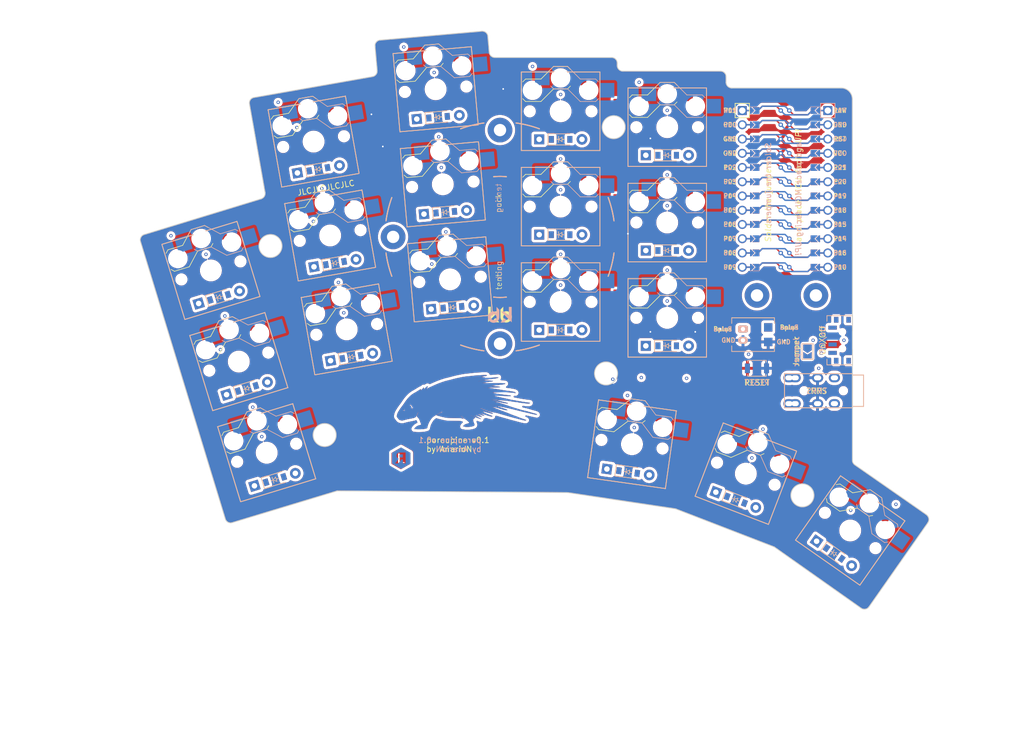
<source format=kicad_pcb>
(kicad_pcb (version 20221018) (generator pcbnew)
  (title_block (title "porcupine") (rev "v0.0.1") (company "Anarion"))
  (layers (0 "F.Cu" signal) (31 "B.Cu" signal) (34 "B.Paste" user) (35 "F.Paste" user) (36 "B.SilkS" user "B.Silkscreen") (37 "F.SilkS" user "F.Silkscreen") (38 "B.Mask" user) (39 "F.Mask" user) (44 "Edge.Cuts" user))
  (net 0 "")
  (net 1 "pinky_bottom")
  (net 2 "P20")
  (net 3 "pinky_home")
  (net 4 "pinky_top")
  (net 5 "ring_bottom")
  (net 6 "P19")
  (net 7 "ring_home")
  (net 8 "ring_top")
  (net 9 "middle_bottom")
  (net 10 "P18")
  (net 11 "middle_home")
  (net 12 "middle_top")
  (net 13 "index_bottom")
  (net 14 "P15")
  (net 15 "index_home")
  (net 16 "index_top")
  (net 17 "inner_bottom")
  (net 18 "P14")
  (net 19 "inner_home")
  (net 20 "inner_top")
  (net 21 "near_thumb")
  (net 22 "home_thumb")
  (net 23 "far_thumb")
  (net 24 "P6")
  (net 25 "P5")
  (net 26 "P4")
  (net 27 "RAW")
  (net 28 "GND")
  (net 29 "RST")
  (net 30 "VCC")
  (net 31 "P21")
  (net 32 "P16")
  (net 33 "P10")
  (net 34 "P1")
  (net 35 "P0")
  (net 36 "P2")
  (net 37 "P3")
  (net 38 "P7")
  (net 39 "P8")
  (net 40 "P9")
  (net 41 "Bplus")
  (footprint "lib:bat2p0" (layer "F.Cu") (at 259.911087 129.683517)
    (fp_text reference "_2" hide)
    (fp_text value "" hide)
  )
  (footprint "SMDPad" (layer "F.Cu") (at 264.411087 128.383517)
    (fp_text reference "PAD1" hide)
    (fp_text value "" hide)
  )
  (footprint "Diode_SMD:SOD-123" (layer "F.Cu") (at 246.411087 97.683517)
    (fp_text reference "D15" hide)
    (fp_text value "D_SOD-123")
  )
  (footprint "PG1350" (layer "F.Cu") (at 205.138474 85.915661 5)
    (fp_text reference "S9" hide)
    (fp_text value "" hide)
  )
  (footprint "Button_Switch_SMD:SW_SPDT_PCM12" (layer "F.Cu") (at 277.311087 130.683517 90)
    (fp_text reference "_3" hide)
    (fp_text value "")
  )
  (footprint "PG1350" (layer "F.Cu") (at 227.411087 89.850184)
    (fp_text reference "S12" hide)
    (fp_text value "" hide)
  )
  (footprint "Diode_SMD:SOD-123" (layer "F.Cu") (at 187.207369 116.920704 10)
    (fp_text reference "D5" hide)
    (fp_text value "D_SOD-123")
  )
  (footprint "Diode_SMD:SOD-123" (layer "F.Cu") (at 276.157543 168.705907 -35)
    (fp_text reference "D18" hide)
    (fp_text value "D_SOD-123")
  )
  (footprint "PG1350" (layer "F.Cu") (at 227.411087 106.850184)
    (fp_text reference "S11" hide)
    (fp_text value "" hide)
  )
  (footprint "Diode_SMD:SOD-123" (layer "F.Cu") (at 258.635143 159.140636 -21)
    (fp_text reference "D17" hide)
    (fp_text value "D_SOD-123")
  )
  (footprint "PG1350" (layer "F.Cu") (at 246.411087 92.683517)
    (fp_text reference "S15" hide)
    (fp_text value "" hide)
  )
  (footprint "PG1350" (layer "F.Cu") (at 246.411087 126.683517)
    (fp_text reference "S13" hide)
    (fp_text value "" hide)
  )
  (footprint "PG1350" (layer "F.Cu") (at 279.025425 164.610147 -35)
    (fp_text reference "S18" hide)
    (fp_text value "" hide)
  )
  (footprint "Diode_SMD:SOD-123" (layer "F.Cu") (at 239.435431 154.175253 -8)
    (fp_text reference "D16" hide)
    (fp_text value "D_SOD-123")
  )
  (footprint "PG1350" (layer "F.Cu") (at 170.059362 134.485638 17)
    (fp_text reference "S2" hide)
    (fp_text value "" hide)
  )
  (footprint "SMDPad" (layer "F.Cu") (at 264.411087 130.983517)
    (fp_text reference "PAD2" hide)
    (fp_text value "" hide)
  )
  (footprint "PG1350" (layer "F.Cu") (at 165.089043 118.228457 17)
    (fp_text reference "S3" hide)
    (fp_text value "" hide)
  )
  (footprint "Diode_SMD:SOD-123" (layer "F.Cu") (at 166.550902 123.009981 17)
    (fp_text reference "D3" hide)
    (fp_text value "D_SOD-123")
  )
  (footprint "PG1350" (layer "F.Cu") (at 246.411087 109.683517)
    (fp_text reference "S14" hide)
    (fp_text value "" hide)
  )
  (footprint "Porcupine Logo" (layer "F.Cu") (at 210.7 141.7)
    (fp_text reference "LOGO_F" hide)
    (fp_text value "" hide)
  )
  (footprint "Diode_SMD:SOD-123" (layer "F.Cu") (at 171.521221 139.267162 17)
    (fp_text reference "D2" hide)
    (fp_text value "D_SOD-123")
  )
  (footprint "Diode_SMD:SOD-123" (layer "F.Cu") (at 176.49154 155.524343 17)
    (fp_text reference "D1" hide)
    (fp_text value "D_SOD-123")
  )
  (footprint "PG1350" (layer "F.Cu") (at 207.703291 119.821143 5)
    (fp_text reference "S7" hide)
    (fp_text value "" hide)
  )
  (footprint "TRRS-PJ-320A-dual" (layer "F.Cu") (at 279.411087 139.683517 -90)
    (fp_text reference "TRRS_F")
    (fp_text value "AudioJack4" hide)
  )
  (footprint "PG1350" (layer "F.Cu") (at 227.411087 123.850184)
    (fp_text reference "S10" hide)
    (fp_text value "" hide)
  )
  (footprint "Through Hole" (layer "F.Cu") (at 272.911087 122.683517)
    (fp_text reference "_72" hide)
    (fp_text value "hole" hide)
  )
  (footprint "Diode_SMD:SOD-123" (layer "F.Cu") (at 205.574253 90.896635 5)
    (fp_text reference "D9" hide)
    (fp_text value "D_SOD-123")
  )
  (footprint "PG1350" (layer "F.Cu") (at 186.339129 111.996665 10)
    (fp_text reference "S5" hide)
    (fp_text value "" hide)
  )
  (footprint "Tenting Puck" (layer "F.Cu") (at 216.611087 112.250184)
    (fp_text reference "_7" hide)
    (fp_text value "Tenting Puck")
  )
  (footprint "Jumper:SolderJumper-2_P1.3mm_Open_TrianglePad1.0x1.5mm" (layer "F.Cu") (at 271.411087 132.683517 -90)
    (fp_text reference "J2" hide)
    (fp_text value "Jumper")
  )
  (footprint "PG1350" (layer "F.Cu") (at 183.38711 95.254933 10)
    (fp_text reference "S6" hide)
    (fp_text value "" hide)
  )
  (footprint "PG1350" (layer "F.Cu") (at 175.029681 150.742819 17)
    (fp_text reference "S1" hide)
    (fp_text value "" hide)
  )
  (footprint "Side Indicator" (layer "F.Cu") (at 197.562769 150.670791)
    (fp_text reference "Side_F" hide)
    (fp_text value "" hide)
  )
  (footprint "Button_Switch_SMD:SW_SPST_B3U-1000P" (layer "F.Cu") (at 262.411087 135.683517)
    (fp_text reference "_4_F" hide)
    (fp_text value "SW_Push")
  )
  (footprint "Diode_SMD:SOD-123" (layer "F.Cu") (at 246.411087 114.683517)
    (fp_text reference "D14" hide)
    (fp_text value "D_SOD-123")
  )
  (footprint "Diode_SMD:SOD-123" (layer "F.Cu") (at 227.411087 94.850184)
    (fp_text reference "D12" hide)
    (fp_text value "D_SOD-123")
  )
  (footprint "ProMicro" (layer "F.Cu") (at 267.411087 103.683517 -90)
    (fp_text reference "MCU1" hide)
    (fp_text value "")
  )
  (footprint "Diode_SMD:SOD-123" (layer "F.Cu") (at 184.25535 100.178972 10)
    (fp_text reference "D6" hide)
    (fp_text value "D_SOD-123")
  )
  (footprint "Through Hole" (layer "F.Cu") (at 262.411087 122.683517)
    (fp_text reference "_71" hide)
    (fp_text value "hole" hide)
  )
  (footprint "Diode_SMD:SOD-123" (layer "F.Cu") (at 227.411087 128.850184)
    (fp_text reference "D10" hide)
    (fp_text value "D_SOD-123")
  )
  (footprint "Diode_SMD:SOD-123" (layer "F.Cu") (at 206.856661 107.849376 5)
    (fp_text reference "D8" hide)
    (fp_text value "D_SOD-123")
  )
  (footprint "PG1350" (layer "F.Cu") (at 260.426983 154.472734 -21)
    (fp_text reference "S17" hide)
    (fp_text value "" hide)
  )
  (footprint "PG1350" (layer "F.Cu") (at 189.291148 128.738397 10)
    (fp_text reference "S4" hide)
    (fp_text value "" hide)
  )
  (footprint "PG1350" (layer "F.Cu") (at 206.420883 102.868402 5)
    (fp_text reference "S8" hide)
    (fp_text value "" hide)
  )
  (footprint "Diode_SMD:SOD-123" (layer "F.Cu") (at 227.411087 111.850184)
    (fp_text reference "D11" hide)
    (fp_text value "D_SOD-123")
  )
  (footprint "Diode_SMD:SOD-123" (layer "F.Cu") (at 190.159388 133.662435 10)
    (fp_text reference "D4" hide)
    (fp_text value "D_SOD-123")
  )
  (footprint "Diode_SMD:SOD-123" (layer "F.Cu") (at 246.411087 131.683517)
    (fp_text reference "D13" hide)
    (fp_text value "D_SOD-123")
  )
  (footprint "PG1350" (layer "F.Cu") (at 240.131296 149.223912 -8)
    (fp_text reference "S16" hide)
    (fp_text value "" hide)
  )
  (footprint "Diode_SMD:SOD-123" (layer "F.Cu") (at 208.13907 124.802117 5)
    (fp_text reference "D7" hide)
    (fp_text value "D_SOD-123")
  )
  (footprint "Porcupine Logo" (layer "B.Cu") (at 210.7 141.7)
    (fp_text reference "LOGO_B" hide)
    (fp_text value "" hide)
  )
  (footprint "Side Indicator" (layer "B.Cu") (at 197.562769 154.630791)
    (fp_text reference "Side_B" hide)
    (fp_text value "" hide)
  )
  (footprint "Jumper:SolderJumper-2_P1.3mm_Open_TrianglePad1.0x1.5mm" (layer "B.Cu") (at 271.411087 132.683517 -90)
    (fp_text reference "J1" hide)
    (fp_text value "Jumper")
  )
  (footprint "TRRS-PJ-320A-dual" (layer "B.Cu") (at 279.411087 139.683517 -90)
    (fp_text reference "TRRS_B")
    (fp_text value "AudioJack4" hide)
  )
  (footprint "Button_Switch_SMD:SW_SPST_B3U-1000P" (layer "B.Cu") (at 262.411087 135.683517)
    (fp_text reference "_4_B" hide)
    (fp_text value "SW_Push")
  )
  (gr_line (start 234.173631 141.317824) (end 232.225208 155.181577) (stroke (width 0.15)) (layer "B.SilkS"))
  (gr_line (start 234.411087 116.850184) (end 220.411087 116.850184) (stroke (width 0.15)) (layer "B.SilkS"))
  (gr_line (start 234.411087 113.850184) (end 234.411087 99.850184) (stroke (width 0.15)) (layer "B.SilkS"))
  (gr_line (start 280.744454 174.359246) (end 288.774524 162.891118) (stroke (width 0.15)) (layer "B.SilkS"))
  (gr_line (start 160.441512 126.969192) (end 173.829778 122.875989) (stroke (width 0.15)) (layer "B.SilkS"))
  (gr_line (start 220.411087 130.850184) (end 234.411087 130.850184) (stroke (width 0.15)) (layer "B.SilkS"))
  (gr_line (start 191.496301 100.93305) (end 189.065227 87.145742) (stroke (width 0.15)) (layer "B.SilkS"))
  (gr_line (start 181.181956 123.06028) (end 183.613031 136.847588) (stroke (width 0.15)) (layer "B.SilkS"))
  (gr_line (start 220.411087 113.850184) (end 234.411087 113.850184) (stroke (width 0.15)) (layer "B.SilkS"))
  (gr_line (start 253.411087 116.683517) (end 253.411087 102.683517) (stroke (width 0.15)) (layer "B.SilkS"))
  (gr_line (start 177.708993 103.364125) (end 191.496301 100.93305) (stroke (width 0.15)) (layer "B.SilkS"))
  (gr_line (start 277.306395 154.861047) (end 269.276325 166.329176) (stroke (width 0.15)) (layer "B.SilkS"))
  (gr_line (start 253.411087 102.683517) (end 239.411087 102.683517) (stroke (width 0.15)) (layer "B.SilkS"))
  (gr_line (start 253.411087 85.683517) (end 239.411087 85.683517) (stroke (width 0.15)) (layer "B.SilkS"))
  (gr_line (start 234.411087 96.850184) (end 234.411087 82.850184) (stroke (width 0.15)) (layer "B.SilkS"))
  (gr_line (start 183.770416 155.39035) (end 179.677212 142.002084) (stroke (width 0.15)) (layer "B.SilkS"))
  (gr_line (start 220.411087 116.850184) (end 220.411087 130.850184) (stroke (width 0.15)) (layer "B.SilkS"))
  (gr_line (start 194.44832 117.674782) (end 192.017246 103.887473) (stroke (width 0.15)) (layer "B.SilkS"))
  (gr_line (start 200.119838 113.45787) (end 201.340019 127.404596) (stroke (width 0.15)) (layer "B.SilkS"))
  (gr_line (start 174.706893 125.744903) (end 161.318627 129.838107) (stroke (width 0.15)) (layer "B.SilkS"))
  (gr_line (start 264.45347 163.516373) (end 269.470621 150.446247) (stroke (width 0.15)) (layer "B.SilkS"))
  (gr_line (start 232.225208 155.181577) (end 246.088961 157.130001) (stroke (width 0.15)) (layer "B.SilkS"))
  (gr_line (start 269.470621 150.446247) (end 256.400495 145.429095) (stroke (width 0.15)) (layer "B.SilkS"))
  (gr_line (start 173.829778 122.875989) (end 169.736574 109.487722) (stroke (width 0.15)) (layer "B.SilkS"))
  (gr_line (start 239.411087 99.683517) (end 253.411087 99.683517) (stroke (width 0.15)) (layer "B.SilkS"))
  (gr_line (start 166.288946 146.095288) (end 170.38215 159.483554) (stroke (width 0.15)) (layer "B.SilkS"))
  (gr_line (start 165.411831 143.226373) (end 178.800097 139.13317) (stroke (width 0.15)) (layer "B.SilkS"))
  (gr_line (start 234.411087 130.850184) (end 234.411087 116.850184) (stroke (width 0.15)) (layer "B.SilkS"))
  (gr_line (start 200.05761 110.451855) (end 214.004336 109.231675) (stroke (width 0.15)) (layer "B.SilkS"))
  (gr_line (start 183.613031 136.847588) (end 197.400339 134.416514) (stroke (width 0.15)) (layer "B.SilkS"))
  (gr_line (start 170.38215 159.483554) (end 183.770416 155.39035) (stroke (width 0.15)) (layer "B.SilkS"))
  (gr_line (start 197.400339 134.416514) (end 194.969265 120.629205) (stroke (width 0.15)) (layer "B.SilkS"))
  (gr_line (start 239.411087 116.683517) (end 253.411087 116.683517) (stroke (width 0.15)) (layer "B.SilkS"))
  (gr_line (start 239.411087 85.683517) (end 239.411087 99.683517) (stroke (width 0.15)) (layer "B.SilkS"))
  (gr_line (start 253.411087 119.683517) (end 239.411087 119.683517) (stroke (width 0.15)) (layer "B.SilkS"))
  (gr_line (start 234.411087 82.850184) (end 220.411087 82.850184) (stroke (width 0.15)) (layer "B.SilkS"))
  (gr_line (start 220.411087 82.850184) (end 220.411087 96.850184) (stroke (width 0.15)) (layer "B.SilkS"))
  (gr_line (start 214.004336 109.231675) (end 212.784155 95.284949) (stroke (width 0.15)) (layer "B.SilkS"))
  (gr_line (start 197.555021 79.552388) (end 198.775201 93.499114) (stroke (width 0.15)) (layer "B.SilkS"))
  (gr_line (start 180.661012 120.105856) (end 194.44832 117.674782) (stroke (width 0.15)) (layer "B.SilkS"))
  (gr_line (start 198.775201 93.499114) (end 212.721927 92.278934) (stroke (width 0.15)) (layer "B.SilkS"))
  (gr_line (start 215.286744 126.184416) (end 214.066564 112.23769) (stroke (width 0.15)) (layer "B.SilkS"))
  (gr_line (start 156.348308 113.580926) (end 160.441512 126.969192) (stroke (width 0.15)) (layer "B.SilkS"))
  (gr_line (start 253.411087 133.683517) (end 253.411087 119.683517) (stroke (width 0.15)) (layer "B.SilkS"))
  (gr_line (start 201.340019 127.404596) (end 215.286744 126.184416) (stroke (width 0.15)) (layer "B.SilkS"))
  (gr_line (start 192.017246 103.887473) (end 178.229937 106.318548) (stroke (width 0.15)) (layer "B.SilkS"))
  (gr_line (start 269.276325 166.329176) (end 280.744454 174.359246) (stroke (width 0.15)) (layer "B.SilkS"))
  (gr_line (start 239.411087 119.683517) (end 239.411087 133.683517) (stroke (width 0.15)) (layer "B.SilkS"))
  (gr_line (start 211.501747 78.332208) (end 197.555021 79.552388) (stroke (width 0.15)) (layer "B.SilkS"))
  (gr_line (start 253.411087 99.683517) (end 253.411087 85.683517) (stroke (width 0.15)) (layer "B.SilkS"))
  (gr_line (start 212.721927 92.278934) (end 211.501747 78.332208) (stroke (width 0.15)) (layer "B.SilkS"))
  (gr_line (start 214.066564 112.23769) (end 200.119838 113.45787) (stroke (width 0.15)) (layer "B.SilkS"))
  (gr_line (start 169.736574 109.487722) (end 156.348308 113.580926) (stroke (width 0.15)) (layer "B.SilkS"))
  (gr_line (start 246.088961 157.130001) (end 248.037384 143.266248) (stroke (width 0.15)) (layer "B.SilkS"))
  (gr_line (start 256.400495 145.429095) (end 251.383344 158.499221) (stroke (width 0.15)) (layer "B.SilkS"))
  (gr_line (start 178.800097 139.13317) (end 174.706893 125.744903) (stroke (width 0.15)) (layer "B.SilkS"))
  (gr_line (start 251.383344 158.499221) (end 264.45347 163.516373) (stroke (width 0.15)) (layer "B.SilkS"))
  (gr_line (start 161.318627 129.838107) (end 165.411831 143.226373) (stroke (width 0.15)) (layer "B.SilkS"))
  (gr_line (start 175.277918 89.576816) (end 177.708993 103.364125) (stroke (width 0.15)) (layer "B.SilkS"))
  (gr_line (start 178.229937 106.318548) (end 180.661012 120.105856) (stroke (width 0.15)) (layer "B.SilkS"))
  (gr_line (start 194.969265 120.629205) (end 181.181956 123.06028) (stroke (width 0.15)) (layer "B.SilkS"))
  (gr_line (start 248.037384 143.266248) (end 234.173631 141.317824) (stroke (width 0.15)) (layer "B.SilkS"))
  (gr_line (start 239.411087 133.683517) (end 253.411087 133.683517) (stroke (width 0.15)) (layer "B.SilkS"))
  (gr_line (start 288.774524 162.891118) (end 277.306395 154.861047) (stroke (width 0.15)) (layer "B.SilkS"))
  (gr_line (start 179.677212 142.002084) (end 166.288946 146.095288) (stroke (width 0.15)) (layer "B.SilkS"))
  (gr_line (start 234.411087 99.850184) (end 220.411087 99.850184) (stroke (width 0.15)) (layer "B.SilkS"))
  (gr_line (start 198.837429 96.505129) (end 200.05761 110.451855) (stroke (width 0.15)) (layer "B.SilkS"))
  (gr_line (start 220.411087 99.850184) (end 220.411087 113.850184) (stroke (width 0.15)) (layer "B.SilkS"))
  (gr_line (start 220.411087 96.850184) (end 234.411087 96.850184) (stroke (width 0.15)) (layer "B.SilkS"))
  (gr_line (start 239.411087 102.683517) (end 239.411087 116.683517) (stroke (width 0.15)) (layer "B.SilkS"))
  (gr_line (start 212.784155 95.284949) (end 198.837429 96.505129) (stroke (width 0.15)) (layer "B.SilkS"))
  (gr_line (start 189.065227 87.145742) (end 175.277918 89.576816) (stroke (width 0.15)) (layer "B.SilkS"))
  (gr_line (start 198.837429 96.505129) (end 200.05761 110.451855) (stroke (width 0.15)) (layer "F.SilkS"))
  (gr_line (start 215.286744 126.184416) (end 214.066564 112.23769) (stroke (width 0.15)) (layer "F.SilkS"))
  (gr_line (start 253.411087 102.683517) (end 239.411087 102.683517) (stroke (width 0.15)) (layer "F.SilkS"))
  (gr_line (start 191.496301 100.93305) (end 189.065227 87.145742) (stroke (width 0.15)) (layer "F.SilkS"))
  (gr_line (start 160.441512 126.969192) (end 173.829778 122.875989) (stroke (width 0.15)) (layer "F.SilkS"))
  (gr_line (start 234.411087 113.850184) (end 234.411087 99.850184) (stroke (width 0.15)) (layer "F.SilkS"))
  (gr_line (start 161.318627 129.838107) (end 165.411831 143.226373) (stroke (width 0.15)) (layer "F.SilkS"))
  (gr_line (start 194.969265 120.629205) (end 181.181956 123.06028) (stroke (width 0.15)) (layer "F.SilkS"))
  (gr_line (start 183.770416 155.39035) (end 179.677212 142.002084) (stroke (width 0.15)) (layer "F.SilkS"))
  (gr_line (start 234.411087 82.850184) (end 220.411087 82.850184) (stroke (width 0.15)) (layer "F.SilkS"))
  (gr_line (start 253.411087 116.683517) (end 253.411087 102.683517) (stroke (width 0.15)) (layer "F.SilkS"))
  (gr_line (start 212.721927 92.278934) (end 211.501747 78.332208) (stroke (width 0.15)) (layer "F.SilkS"))
  (gr_line (start 232.225208 155.181577) (end 246.088961 157.130001) (stroke (width 0.15)) (layer "F.SilkS"))
  (gr_line (start 200.119838 113.45787) (end 201.340019 127.404596) (stroke (width 0.15)) (layer "F.SilkS"))
  (gr_line (start 253.411087 133.683517) (end 253.411087 119.683517) (stroke (width 0.15)) (layer "F.SilkS"))
  (gr_line (start 165.411831 143.226373) (end 178.800097 139.13317) (stroke (width 0.15)) (layer "F.SilkS"))
  (gr_line (start 239.411087 116.683517) (end 253.411087 116.683517) (stroke (width 0.15)) (layer "F.SilkS"))
  (gr_line (start 194.44832 117.674782) (end 192.017246 103.887473) (stroke (width 0.15)) (layer "F.SilkS"))
  (gr_line (start 239.411087 133.683517) (end 253.411087 133.683517) (stroke (width 0.15)) (layer "F.SilkS"))
  (gr_line (start 180.661012 120.105856) (end 194.44832 117.674782) (stroke (width 0.15)) (layer "F.SilkS"))
  (gr_line (start 253.411087 99.683517) (end 253.411087 85.683517) (stroke (width 0.15)) (layer "F.SilkS"))
  (gr_line (start 256.400495 145.429095) (end 251.383344 158.499221) (stroke (width 0.15)) (layer "F.SilkS"))
  (gr_line (start 234.411087 116.850184) (end 220.411087 116.850184) (stroke (width 0.15)) (layer "F.SilkS"))
  (gr_line (start 280.744454 174.359246) (end 288.774524 162.891118) (stroke (width 0.15)) (layer "F.SilkS"))
  (gr_line (start 211.501747 78.332208) (end 197.555021 79.552388) (stroke (width 0.15)) (layer "F.SilkS"))
  (gr_line (start 269.470621 150.446247) (end 256.400495 145.429095) (stroke (width 0.15)) (layer "F.SilkS"))
  (gr_line (start 234.411087 130.850184) (end 234.411087 116.850184) (stroke (width 0.15)) (layer "F.SilkS"))
  (gr_line (start 183.613031 136.847588) (end 197.400339 134.416514) (stroke (width 0.15)) (layer "F.SilkS"))
  (gr_line (start 170.38215 159.483554) (end 183.770416 155.39035) (stroke (width 0.15)) (layer "F.SilkS"))
  (gr_line (start 253.411087 85.683517) (end 239.411087 85.683517) (stroke (width 0.15)) (layer "F.SilkS"))
  (gr_line (start 220.411087 113.850184) (end 234.411087 113.850184) (stroke (width 0.15)) (layer "F.SilkS"))
  (gr_line (start 277.306395 154.861047) (end 269.276325 166.329176) (stroke (width 0.15)) (layer "F.SilkS"))
  (gr_line (start 214.004336 109.231675) (end 212.784155 95.284949) (stroke (width 0.15)) (layer "F.SilkS"))
  (gr_line (start 198.775201 93.499114) (end 212.721927 92.278934) (stroke (width 0.15)) (layer "F.SilkS"))
  (gr_line (start 239.411087 119.683517) (end 239.411087 133.683517) (stroke (width 0.15)) (layer "F.SilkS"))
  (gr_line (start 212.784155 95.284949) (end 198.837429 96.505129) (stroke (width 0.15)) (layer "F.SilkS"))
  (gr_line (start 181.181956 123.06028) (end 183.613031 136.847588) (stroke (width 0.15)) (layer "F.SilkS"))
  (gr_line (start 156.348308 113.580926) (end 160.441512 126.969192) (stroke (width 0.15)) (layer "F.SilkS"))
  (gr_line (start 220.411087 96.850184) (end 234.411087 96.850184) (stroke (width 0.15)) (layer "F.SilkS"))
  (gr_line (start 264.45347 163.516373) (end 269.470621 150.446247) (stroke (width 0.15)) (layer "F.SilkS"))
  (gr_line (start 166.288946 146.095288) (end 170.38215 159.483554) (stroke (width 0.15)) (layer "F.SilkS"))
  (gr_line (start 220.411087 82.850184) (end 220.411087 96.850184) (stroke (width 0.15)) (layer "F.SilkS"))
  (gr_line (start 251.383344 158.499221) (end 264.45347 163.516373) (stroke (width 0.15)) (layer "F.SilkS"))
  (gr_line (start 174.706893 125.744903) (end 161.318627 129.838107) (stroke (width 0.15)) (layer "F.SilkS"))
  (gr_line (start 169.736574 109.487722) (end 156.348308 113.580926) (stroke (width 0.15)) (layer "F.SilkS"))
  (gr_line (start 234.173631 141.317824) (end 232.225208 155.181577) (stroke (width 0.15)) (layer "F.SilkS"))
  (gr_line (start 246.088961 157.130001) (end 248.037384 143.266248) (stroke (width 0.15)) (layer "F.SilkS"))
  (gr_line (start 220.411087 116.850184) (end 220.411087 130.850184) (stroke (width 0.15)) (layer "F.SilkS"))
  (gr_line (start 179.677212 142.002084) (end 166.288946 146.095288) (stroke (width 0.15)) (layer "F.SilkS"))
  (gr_line (start 253.411087 119.683517) (end 239.411087 119.683517) (stroke (width 0.15)) (layer "F.SilkS"))
  (gr_line (start 200.05761 110.451855) (end 214.004336 109.231675) (stroke (width 0.15)) (layer "F.SilkS"))
  (gr_line (start 178.229937 106.318548) (end 180.661012 120.105856) (stroke (width 0.15)) (layer "F.SilkS"))
  (gr_line (start 178.800097 139.13317) (end 174.706893 125.744903) (stroke (width 0.15)) (layer "F.SilkS"))
  (gr_line (start 197.400339 134.416514) (end 194.969265 120.629205) (stroke (width 0.15)) (layer "F.SilkS"))
  (gr_line (start 239.411087 99.683517) (end 253.411087 99.683517) (stroke (width 0.15)) (layer "F.SilkS"))
  (gr_line (start 239.411087 85.683517) (end 239.411087 99.683517) (stroke (width 0.15)) (layer "F.SilkS"))
  (gr_line (start 177.708993 103.364125) (end 191.496301 100.93305) (stroke (width 0.15)) (layer "F.SilkS"))
  (gr_line (start 220.411087 130.850184) (end 234.411087 130.850184) (stroke (width 0.15)) (layer "F.SilkS"))
  (gr_line (start 189.065227 87.145742) (end 175.277918 89.576816) (stroke (width 0.15)) (layer "F.SilkS"))
  (gr_line (start 239.411087 102.683517) (end 239.411087 116.683517) (stroke (width 0.15)) (layer "F.SilkS"))
  (gr_line (start 173.829778 122.875989) (end 169.736574 109.487722) (stroke (width 0.15)) (layer "F.SilkS"))
  (gr_line (start 201.340019 127.404596) (end 215.286744 126.184416) (stroke (width 0.15)) (layer "F.SilkS"))
  (gr_line (start 288.774524 162.891118) (end 277.306395 154.861047) (stroke (width 0.15)) (layer "F.SilkS"))
  (gr_line (start 192.017246 103.887473) (end 178.229937 106.318548) (stroke (width 0.15)) (layer "F.SilkS"))
  (gr_line (start 175.277918 89.576816) (end 177.708993 103.364125) (stroke (width 0.15)) (layer "F.SilkS"))
  (gr_line (start 214.066564 112.23769) (end 200.119838 113.45787) (stroke (width 0.15)) (layer "F.SilkS"))
  (gr_line (start 234.411087 96.850184) (end 234.411087 82.850184) (stroke (width 0.15)) (layer "F.SilkS"))
  (gr_line (start 234.411087 99.850184) (end 220.411087 99.850184) (stroke (width 0.15)) (layer "F.SilkS"))
  (gr_line (start 197.555021 79.552388) (end 198.775201 93.499114) (stroke (width 0.15)) (layer "F.SilkS"))
  (gr_line (start 248.037384 143.266248) (end 234.173631 141.317824) (stroke (width 0.15)) (layer "F.SilkS"))
  (gr_line (start 269.276325 166.329176) (end 280.744454 174.359246) (stroke (width 0.15)) (layer "F.SilkS"))
  (gr_line (start 220.411087 99.850184) (end 220.411087 113.850184) (stroke (width 0.15)) (layer "F.SilkS"))
  (gr_line (start 172.758337 87.380977) (end 193.885835 83.655629) (stroke (width 0.15)) (layer "Edge.Cuts"))
  (gr_line (start 280.978635 178.472787) (end 265.5 167.55) (stroke (width 0.15)) (layer "Edge.Cuts"))
  (gr_line (start 238.511087 82.683517) (end 255.911087 82.683517) (stroke (width 0.15)) (layer "Edge.Cuts"))
  (gr_line (start 153.19738 111.825463) (end 174.037969 105.453855) (stroke (width 0.15)) (layer "Edge.Cuts"))
  (gr_circle (center 270.509651 158.343108) (end 272.559651 158.343108) (stroke (width 0.15)) (fill none) (layer "Edge.Cuts"))
  (gr_line (start 195.236407 77.145309) (end 213.36715 75.559075) (stroke (width 0.15)) (layer "Edge.Cuts"))
  (gr_arc (start 168.783668 163.241774) (mid 168.085419 163.111246) (end 167.65 162.55) (stroke (width 0.15)) (layer "Edge.Cuts"))
  (gr_arc (start 257.911087 85.683517) (mid 257.203983 85.39062) (end 256.911087 84.683517) (stroke (width 0.15)) (layer "Edge.Cuts"))
  (gr_arc (start 255.911087 82.683517) (mid 256.618196 82.976407) (end 256.911087 83.683517) (stroke (width 0.15)) (layer "Edge.Cuts"))
  (gr_line (start 256.911087 84.683517) (end 256.911087 83.683517) (stroke (width 0.15)) (layer "Edge.Cuts"))
  (gr_line (start 215.69772 80.250184) (end 236.511087 80.250184) (stroke (width 0.15)) (layer "Edge.Cuts"))
  (gr_arc (start 277.411087 85.683517) (mid 278.825303 86.2693) (end 279.411087 87.683517) (stroke (width 0.15)) (layer "Edge.Cuts"))
  (gr_line (start 265.5 167.55) (end 247.9 160.75) (stroke (width 0.15)) (layer "Edge.Cuts"))
  (gr_circle (center 235.511087 136.600184) (end 237.561087 136.600184) (stroke (width 0.15)) (fill none) (layer "Edge.Cuts"))
  (gr_arc (start 174.730405 104.323902) (mid 174.598213 105.020021) (end 174.037969 105.453855) (stroke (width 0.15)) (layer "Edge.Cuts"))
  (gr_arc (start 171.947177 88.539433) (mid 172.112839 87.792214) (end 172.758337 87.380977) (stroke (width 0.15)) (layer "Edge.Cuts"))
  (gr_line (start 194.708382 82.583665) (end 194.327368 78.22866) (stroke (width 0.15)) (layer "Edge.Cuts"))
  (gr_arc (start 152.533446 113.074139) (mid 152.606821 112.312307) (end 153.19738 111.825463) (stroke (width 0.15)) (layer "Edge.Cuts"))
  (gr_line (start 247.9 160.75) (end 228.65 157.85) (stroke (width 0.15)) (layer "Edge.Cuts"))
  (gr_arc (start 292.589872 161.774527) (mid 293.025518 162.458389) (end 292.85 163.25) (stroke (width 0.15)) (layer "Edge.Cuts"))
  (gr_line (start 279.85 152.9) (end 292.589872 161.774527) (stroke (width 0.15)) (layer "Edge.Cuts"))
  (gr_line (start 171.947177 88.539433) (end 174.730405 104.323902) (stroke (width 0.15)) (layer "Edge.Cuts"))
  (gr_arc (start 236.511087 80.250184) (mid 237.218208 80.543072) (end 237.511087 81.250184) (stroke (width 0.15)) (layer "Edge.Cuts"))
  (gr_arc (start 194.708382 82.583665) (mid 194.505531 83.279567) (end 193.885835 83.655629) (stroke (width 0.15)) (layer "Edge.Cuts"))
  (gr_arc (start 279.849982 152.900027) (mid 279.536553 152.542608) (end 279.423576 152.080848) (stroke (width 0.15)) (layer "Edge.Cuts"))
  (gr_circle (center 236.871087 92.683517) (end 238.921087 92.683517) (stroke (width 0.15)) (fill none) (layer "Edge.Cuts"))
  (gr_arc (start 282.371364 178.227212) (mid 281.725856 178.638422) (end 280.978635 178.472787) (stroke (width 0.15)) (layer "Edge.Cuts"))
  (gr_arc (start 215.69772 80.250184) (mid 215.022123 79.987468) (end 214.701526 79.33734) (stroke (width 0.15)) (layer "Edge.Cuts"))
  (gr_circle (center 175.703205 113.872065) (end 177.753205 113.872065) (stroke (width 0.15)) (fill none) (layer "Edge.Cuts"))
  (gr_arc (start 194.327368 78.22866) (mid 194.557514 77.498703) (end 195.236407 77.145309) (stroke (width 0.15)) (layer "Edge.Cuts"))
  (gr_line (start 187.6 157.55) (end 228.65 157.85) (stroke (width 0.15)) (layer "Edge.Cuts"))
  (gr_line (start 168.783668 163.241774) (end 187.6 157.55) (stroke (width 0.15)) (layer "Edge.Cuts"))
  (gr_line (start 282.371364 178.227212) (end 292.85 163.25) (stroke (width 0.15)) (layer "Edge.Cuts"))
  (gr_line (start 279.423576 152.080848) (end 279.411087 87.683517) (stroke (width 0.15)) (layer "Edge.Cuts"))
  (gr_arc (start 238.511087 82.683517) (mid 237.803983 82.39062) (end 237.511087 81.683517) (stroke (width 0.15)) (layer "Edge.Cuts"))
  (gr_line (start 214.450501 76.468114) (end 214.701526 79.33734) (stroke (width 0.15)) (layer "Edge.Cuts"))
  (gr_circle (center 185.357772 147.585205) (end 187.407772 147.585205) (stroke (width 0.15)) (fill none) (layer "Edge.Cuts"))
  (gr_arc (start 213.36715 75.559075) (mid 214.097099 75.789226) (end 214.450501 76.468114) (stroke (width 0.15)) (layer "Edge.Cuts"))
  (gr_line (start 237.511087 81.250184) (end 237.511087 81.683517) (stroke (width 0.15)) (layer "Edge.Cuts"))
  (gr_line (start 277.411087 85.683517) (end 257.911087 85.683517) (stroke (width 0.15)) (layer "Edge.Cuts"))
  (gr_line (start 152.533446 113.074139) (end 167.65 162.55) (stroke (width 0.15)) (layer "Edge.Cuts"))
  (gr_text "Solder the jumpers," (at 264.411087 95.283517 90) (layer "B.SilkS") (effects (font (size 1 1) (thickness 0.15) italic) (justify left mirror)))
  (gr_text "and place MCU facing UP!" (at 269.811087 95.283517 90) (layer "B.SilkS") (effects (font (size 1 1) (thickness 0.15) italic) (justify left mirror)))
  (gr_text "porcupine v0.1\nby AnarioN" (at 213.4 149.3) (layer "B.SilkS") (effects (font (size 1 1)) (justify left mirror)))
  (gr_text "and place MCU facing UP!" (at 269.811087 113.283517 90) (layer "F.SilkS") (effects (font (size 1 1) (thickness 0.15) italic) (justify left)))
  (gr_text "porcupine v0.1\nby AnarioN" (at 203.4 149.3) (layer "F.SilkS") (effects (font (size 1 1)) (justify left)))
  (gr_text "JLCJLCJLCJLC" (at 180.431484 104.407216 10) (layer "F.SilkS") (effects (font (size 1 1)) (justify left)))
  (gr_text "Solder the jumpers," (at 264.411087 113.283517 90) (layer "F.SilkS") (effects (font (size 1 1) (thickness 0.15) italic) (justify left)))
  (via (at 172.544522 142.614229) (size 0.6) (drill 0.3) (layers "F.Cu" "B.Cu") (net 1))
  (via (at 166.791485 132.347653) (size 0.6) (drill 0.3) (layers "F.Cu" "B.Cu") (net 2))
  (via (at 164.211928 115.359543) (size 0.6) (drill 0.3) (layers "F.Cu" "B.Cu") (net 2))
  (via (at 174.152566 147.873905) (size 0.6) (drill 0.3) (layers "F.Cu" "B.Cu") (net 2))
  (via (at 167.574203 126.357048) (size 0.6) (drill 0.3) (layers "F.Cu" "B.Cu") (net 3))
  (via (at 157.968546 112.039878) (size 0.6) (drill 0.3) (layers "F.Cu" "B.Cu") (net 4))
  (via (at 187.815138 120.367531) (size 0.6) (drill 0.3) (layers "F.Cu" "B.Cu") (net 5))
  (via (at 188.770203 125.783973) (size 0.6) (drill 0.3) (layers "F.Cu" "B.Cu") (net 6))
  (via (at 180.404146 92.73463) (size 0.6) (drill 0.3) (layers "F.Cu" "B.Cu") (net 6))
  (via (at 183.356165 109.476362) (size 0.6) (drill 0.3) (layers "F.Cu" "B.Cu") (net 6))
  (via (at 184.863119 103.625799) (size 0.6) (drill 0.3) (layers "F.Cu" "B.Cu") (net 7))
  (via (at 177.073885 88.244712) (size 0.6) (drill 0.3) (layers "F.Cu" "B.Cu") (net 8))
  (via (at 206.962467 111.353488) (size 0.6) (drill 0.3) (layers "F.Cu" "B.Cu") (net 9))
  (via (at 204.877007 82.927077) (size 0.6) (drill 0.3) (layers "F.Cu" "B.Cu") (net 10))
  (via (at 236.71086 137.635098) (size 0.6) (drill 0.3) (layers "F.Cu" "B.Cu") (net 10))
  (via (at 204.45324 117.094026) (size 0.6) (drill 0.3) (layers "F.Cu" "B.Cu") (net 10))
  (via (at 240.548816 146.253108) (size 0.6) (drill 0.3) (layers "F.Cu" "B.Cu") (net 10))
  (via (at 206.159415 99.879818) (size 0.6) (drill 0.3) (layers "F.Cu" "B.Cu") (net 10))
  (via (at 205.680059 94.400747) (size 0.6) (drill 0.3) (layers "F.Cu" "B.Cu") (net 11))
  (via (at 199.460254 78.381882) (size 0.6) (drill 0.3) (layers "F.Cu" "B.Cu") (net 12))
  (via (at 227.411087 115.350184) (size 0.6) (drill 0.3) (layers "F.Cu" "B.Cu") (net 13))
  (via (at 227.411087 86.850184) (size 0.6) (drill 0.3) (layers "F.Cu" "B.Cu") (net 14))
  (via (at 241.801373 137.340696) (size 0.6) (drill 0.3) (layers "F.Cu" "B.Cu") (net 14))
  (via (at 227.411087 120.850184) (size 0.6) (drill 0.3) (layers "F.Cu" "B.Cu") (net 14))
  (via (at 227.411087 103.850184) (size 0.6) (drill 0.3) (layers "F.Cu" "B.Cu") (net 14))
  (via (at 261.502087 151.671993) (size 0.6) (drill 0.3) (layers "F.Cu" "B.Cu") (net 14))
  (via (at 227.411087 98.350184) (size 0.6) (drill 0.3) (layers "F.Cu" "B.Cu") (net 15))
  (via (at 222.411087 81.850184) (size 0.6) (drill 0.3) (layers "F.Cu" "B.Cu") (net 16))
  (via (at 246.411087 118.183517) (size 0.6) (drill 0.3) (layers "F.Cu" "B.Cu") (net 17))
  (via (at 246.411087 123.683517) (size 0.6) (drill 0.3) (layers "F.Cu" "B.Cu") (net 18))
  (via (at 246.411087 106.683517) (size 0.6) (drill 0.3) (layers "F.Cu" "B.Cu") (net 18))
  (via (at 279.10785 161.005538) (size 0.6) (drill 0.3) (layers "F.Cu" "B.Cu") (net 18))
  (via (at 246.411087 89.683517) (size 0.6) (drill 0.3) (layers "F.Cu" "B.Cu") (net 18))
  (via (at 249.862691 137.463812) (size 0.6) (drill 0.3) (layers "F.Cu" "B.Cu") (net 18))
  (via (at 246.411087 101.183517) (size 0.6) (drill 0.3) (layers "F.Cu" "B.Cu") (net 19))
  (via (at 241.411087 84.683517) (size 0.6) (drill 0.3) (layers "F.Cu" "B.Cu") (net 20))
  (via (at 239.333731 140.528288) (size 0.6) (drill 0.3) (layers "F.Cu" "B.Cu") (net 21))
  (via (at 263.47311 146.5373) (size 0.6) (drill 0.3) (layers "F.Cu" "B.Cu") (net 22))
  (via (at 287.177433 159.94166) (size 0.6) (drill 0.3) (layers "F.Cu" "B.Cu") (net 23))
  (via (at 273.911087 132.983517) (size 0.6) (drill 0.3) (layers "F.Cu" "B.Cu") (net 27))
  (via (at 239.411087 111.683517) (size 0.6) (drill 0.3) (layers "F.Cu" "B.Cu") (net 28))
  (via (at 217.179966 85.865987) (size 0.6) (drill 0.3) (layers "F.Cu" "B.Cu") (net 28))
  (via (at 255.911087 128.683517) (size 0.6) (drill 0.3) (layers "F.Cu" "B.Cu") (net 28))
  (via (at 243.411087 129.183517) (size 0.6) (drill 0.3) (layers "F.Cu" "B.Cu") (net 28))
  (via (at 195.725747 96.125578) (size 0.6) (drill 0.3) (layers "F.Cu" "B.Cu") (net 28))
  (via (at 251.411087 129.183517) (size 0.6) (drill 0.3) (layers "F.Cu" "B.Cu") (net 28))
  (via (at 267.411087 130.683517) (size 0.6) (drill 0.3) (layers "F.Cu" "B.Cu") (net 28))
  (via (at 243.411087 94.683517) (size 0.6) (drill 0.3) (layers "F.Cu" "B.Cu") (net 28))
  (via (at 193.69905 90.39038) (size 0.6) (drill 0.3) (layers "F.Cu" "B.Cu") (net 28))
  (via (at 273.411087 135.683517) (size 0.6) (drill 0.3) (layers "F.Cu" "B.Cu") (net 29))
  (via (at 260.911087 133.183517) (size 0.6) (drill 0.3) (layers "F.Cu" "B.Cu") (net 29))
  (via (at 272.411087 130.683517) (size 0.6) (drill 0.3) (layers "F.Cu" "B.Cu") (net 41))
  (via (at 277.911087 130.683517) (size 0.6) (drill 0.3) (layers "F.Cu" "B.Cu") (net 41))
  (zone (net 28) (net_name "GND") (layer "F.Cu") (connect_pads (clearance 0.508)) (min_thickness 0.254) (fill yes (thermal_gap 0.508) (thermal_bridge_width 0.508))
    (polygon (pts (xy 310 202.5) (xy 127.5 202.5) (xy 127.5 70) (xy 310 70)))
  )
  (zone (net 28) (net_name "GND") (layer "B.Cu") (connect_pads (clearance 0.508)) (min_thickness 0.254) (fill yes (thermal_gap 0.508) (thermal_bridge_width 0.508))
    (polygon (pts (xy 310 202.5) (xy 127.5 202.5) (xy 127.5 70) (xy 310 70)))
  )
)
</source>
